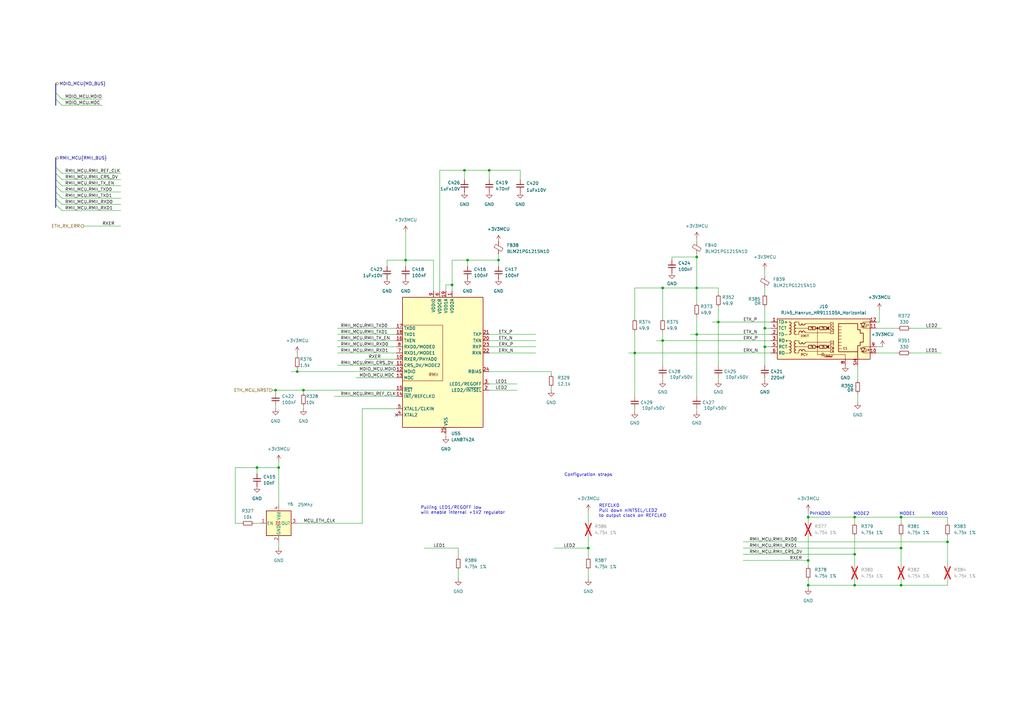
<source format=kicad_sch>
(kicad_sch (version 20250114) (generator "eeschema") (generator_version "9.0")
  (paper "A3")
  (title_block (title "NASR-M") (date "2025-09-26") (rev "D 0.9.4") (company "electrodyssey.net") (comment 2 "(c) Nazim 2025") (comment 3 "Author: Nazim Aghabayov") (comment 5 "rel: Fletched Bustard"))
  (lib_symbols
    (symbol "Connector:RJ45_Hanrun_HR911105A_Horizontal"
      (property "Reference" "J" (at 18.415 10.16 0))
      (property "Value" "RJ45_Hanrun_HR911105A_Horizontal" (at -19.05 10.16 0))
      (symbol "RJ45_Hanrun_HR911105A_Horizontal_0_0"
        (text "XMIT" (at -8.255 1.905 0) (effects (font (size 1.016 1.016)) (justify left)))
        (text "RCV" (at -8.255 -5.715 0) (effects (font (size 1.016 1.016)) (justify left)))
        (text "C1" (at 4.699 6.985 0) (effects (font (size 0.889 0.889))))
        (text "C4" (at 4.699 5.715 0) (effects (font (size 0.889 0.889))))
        (text "C5" (at 4.699 4.445 0) (effects (font (size 0.889 0.889))))
        (text "C2" (at 4.699 3.175 0) (effects (font (size 0.889 0.889))))
        (text "C3" (at 4.699 -0.635 0) (effects (font (size 0.889 0.889))))
        (text "C7" (at 4.699 -1.905 0) (effects (font (size 0.889 0.889))))
        (text "C8" (at 4.699 -3.175 0) (effects (font (size 0.889 0.889))))
        (text "C6" (at 4.699 -4.445 0) (effects (font (size 0.889 0.889))))
        (text "C1" (at 10.16 -3.175 0) (effects (font (size 0.889 0.889))))
      )
      (symbol "RJ45_Hanrun_HR911105A_Horizontal_1_0"
        (text "1000pF" (at 3.302 -6.477 0) (effects (font (size 0.635 0.635))))
      )
      (symbol "RJ45_Hanrun_HR911105A_Horizontal_1_1"
        (text "75" (at -3.556 5.08 0) (effects (font (size 0.635 0.635))))
        (text "75" (at -3.556 -2.54 0) (effects (font (size 0.635 0.635))))
        (text "75" (at 1.016 5.08 0) (effects (font (size 0.635 0.635))))
        (text "75" (at 1.016 -2.54 0) (effects (font (size 0.635 0.635))))
        (text "Y" (at 19.558 6.35 0) (effects (font (size 0.635 0.635))))
        (text "G" (at 19.685 -3.81 0) (effects (font (size 0.635 0.635))))
        (pin passive line (at -20.32 7.62 0) (length 2.54) (name "TD+") (number "1"))
        (pin passive line (at -20.32 5.08 0) (length 2.54) (name "TCT") (number "4"))
        (pin passive line (at -20.32 2.54 0) (length 2.54) (name "TD-") (number "2"))
        (pin passive line (at -20.32 0 0) (length 2.54) (name "RD+") (number "3"))
        (pin passive line (at -20.32 -2.54 0) (length 2.54) (name "RCT") (number "5"))
        (pin passive line (at -20.32 -5.08 0) (length 2.54) (name "RD-") (number "6"))
        (pin power_in line (at 10.16 -10.16 90) (length 2.54) (name "") (number "8"))
        (pin passive line (at 15.24 -10.16 90) (length 2.54) (name "") (number "SH"))
        (pin no_connect line (at 20.32 0 0) (length 0) (hide yes) (name "NC") (number "7"))
        (pin passive line (at 22.86 7.62 180) (length 2.54) (name "") (number "12"))
        (pin passive line (at 22.86 5.08 180) (length 2.54) (name "") (number "11"))
        (pin passive line (at 22.86 -2.54 180) (length 2.54) (name "") (number "9"))
        (pin passive line (at 22.86 -5.08 180) (length 2.54) (name "") (number "10"))
      )
    )
    (symbol "Device:C_Small" (pin_numbers (hide yes)) (pin_names (offset 0.254) (hide yes))
      (property "Reference" "C" (at 0.254 1.778 0))
      (property "Value" "C_Small" (at 0.254 -2.032 0))
      (symbol "C_Small_1_1"
        (pin passive line (at 0 2.54 270) (length 2.032) (name "~") (number "1"))
        (pin passive line (at 0 -2.54 90) (length 2.032) (name "~") (number "2"))
      )
    )
    (symbol "Device:FerriteBead_Small" (pin_numbers (hide yes)) (pin_names (offset 0))
      (property "Reference" "FB" (at 1.905 1.27 0))
      (property "Value" "FerriteBead_Small" (at 1.905 -1.27 0))
      (symbol "FerriteBead_Small_1_1"
        (pin passive line (at 0 2.54 270) (length 1.27) (name "~") (number "1"))
        (pin passive line (at 0 -2.54 90) (length 1.27) (name "~") (number "2"))
      )
    )
    (symbol "Device:R_Small" (pin_numbers (hide yes)) (pin_names (offset 0.254) (hide yes))
      (property "Reference" "R" (at 0.762 0.508 0))
      (property "Value" "R_Small" (at 0.762 -1.016 0))
      (symbol "R_Small_1_1"
        (pin passive line (at 0 2.54 270) (length 0.762) (name "~") (number "1"))
        (pin passive line (at 0 -2.54 90) (length 0.762) (name "~") (number "2"))
      )
    )
    (symbol "GND_2" (power) (pin_numbers (hide yes)) (pin_names (offset 0) (hide yes))
      (property "Value" "GND" (at 0 -3.81 0))
      (symbol "GND_2_1_1"
        (pin power_in line (at 0 0 270) (length 0) (name "~") (number "1"))
      )
    )
    (symbol "GND_5" (power) (pin_numbers (hide yes)) (pin_names (offset 0) (hide yes))
      (property "Value" "GND" (at 0 -3.81 0))
      (symbol "GND_5_1_1"
        (pin power_in line (at 0 0 270) (length 0) (name "~") (number "1"))
      )
    )
    (symbol "GPWR3V3MCU:+3V3MCU" (power) (pin_names (offset 0))
      (property "Value" "+3V3MCU" (at 0 3.556 0))
      (symbol "+3V3MCU_1_1"
        (pin power_in line (at 0 0 90) (length 0) (hide yes) (name "+3V3MCU") (number "1"))
      )
    )
    (symbol "Interface_Ethernet:LAN8742A"
      (property "Reference" "U" (at -13.97 29.21 0))
      (property "Value" "LAN8742A" (at 15.24 29.21 0))
      (symbol "LAN8742A_0_0"
        (text "RMII" (at -5.08 -3.81 0) (effects (font (size 1.27 1.27))))
      )
      (symbol "LAN8742A_1_1"
        (pin input line (at -20.32 15.24 0) (length 2.54) (name "TXD0") (number "17"))
        (pin input line (at -20.32 12.7 0) (length 2.54) (name "TXD1") (number "18"))
        (pin input line (at -20.32 10.16 0) (length 2.54) (name "TXEN") (number "16"))
        (pin bidirectional line (at -20.32 7.62 0) (length 2.54) (name "RXD0/MODE0") (number "8"))
        (pin bidirectional line (at -20.32 5.08 0) (length 2.54) (name "RXD1/MODE1") (number "7"))
        (pin output line (at -20.32 2.54 0) (length 2.54) (name "RXER/PHYAD0") (number "10"))
        (pin bidirectional line (at -20.32 0 0) (length 2.54) (name "CRS_DV/MODE2") (number "11"))
        (pin bidirectional line (at -20.32 -2.54 0) (length 2.54) (name "MDIO") (number "12"))
        (pin input line (at -20.32 -5.08 0) (length 2.54) (name "MDC") (number "13"))
        (pin input line (at -20.32 -10.16 0) (length 2.54) (name "~{RST}") (number "15"))
        (pin output line (at -20.32 -12.7 0) (length 2.54) (name "~{INT}/REFCLKO") (number "14"))
        (pin input line (at -20.32 -17.78 0) (length 2.54) (name "XTAL1/CLKIN") (number "5"))
        (pin output line (at -20.32 -20.32 0) (length 2.54) (name "XTAL2") (number "4"))
        (pin power_in line (at -5.08 30.48 270) (length 2.54) (name "VDDIO") (number "9"))
        (pin power_in line (at -2.54 30.48 270) (length 2.54) (name "VDDCR") (number "6"))
        (pin power_in line (at 0 30.48 270) (length 2.54) (name "VDD1A") (number "19"))
        (pin power_in line (at 0 -27.94 90) (length 2.54) (name "VSS") (number "25"))
        (pin power_in line (at 2.54 30.48 270) (length 2.54) (name "VDD2A") (number "1"))
        (pin passive line (at 17.78 12.7 180) (length 2.54) (name "TXP") (number "21"))
        (pin passive line (at 17.78 10.16 180) (length 2.54) (name "TXN") (number "20"))
        (pin passive line (at 17.78 7.62 180) (length 2.54) (name "RXP") (number "23"))
        (pin passive line (at 17.78 5.08 180) (length 2.54) (name "RXN") (number "22"))
        (pin passive line (at 17.78 -2.54 180) (length 2.54) (name "RBIAS") (number "24"))
        (pin bidirectional line (at 17.78 -7.62 180) (length 2.54) (name "LED1/REGOFF") (number "3"))
        (pin bidirectional line (at 17.78 -10.16 180) (length 2.54) (name "LED2/~{INTSEL}") (number "2"))
      )
    )
    (symbol "Oscillator:ASE-xxxMHz" (pin_names (offset 0.254))
      (property "Reference" "Y" (at -5.08 6.35 0))
      (property "Value" "ASE-xxxMHz" (at 1.27 -6.35 0))
      (symbol "ASE-xxxMHz_1_1"
        (pin input line (at -7.62 0 0) (length 2.54) (name "EN") (number "1"))
        (pin power_in line (at 0 7.62 270) (length 2.54) (name "Vdd") (number "4"))
        (pin power_in line (at 0 -7.62 90) (length 2.54) (name "GND") (number "2"))
        (pin output line (at 7.62 0 180) (length 2.54) (name "OUT") (number "3"))
      )
    )
    (symbol "power:GND" (power) (pin_numbers (hide yes)) (pin_names (offset 0) (hide yes))
      (property "Value" "GND" (at 0 -3.81 0))
      (symbol "GND_1_1"
        (pin power_in line (at 0 0 270) (length 0) (name "~") (number "1"))
      )
    )
  )
  (text "MODE1" (at 372.11 210.82 0) (effects (font (size 1.27 1.27))))
  (text "Configuration straps" (at 241.3 194.818 0) (effects (font (size 1.27 1.27))))
  (text "Pulling LED1/REGOFF low\nwill enable internal +1V2 regulator" (at 172.466 209.296 0) (effects (font (size 1.27 1.27)) (justify left)))
  (text "MODE2" (at 353.314 210.82 0) (effects (font (size 1.27 1.27))))
  (text "PHYADD0" (at 336.296 210.82 0) (effects (font (size 1.27 1.27))))
  (text "MODE0" (at 385.318 210.82 0) (effects (font (size 1.27 1.27))))
  (text "REFCLK0\nPull down nINTSEL/LED2\nto output clock on REFCLKO" (at 245.618 209.55 0) (effects (font (size 1.27 1.27)) (justify left)))
  (junction (at 313.69 134.62))
  (junction (at 113.03 160.02))
  (junction (at 204.47 106.68))
  (junction (at 114.3 191.77))
  (junction (at 185.42 116.84))
  (junction (at 350.52 240.03))
  (junction (at 331.47 229.87))
  (junction (at 331.47 212.09))
  (junction (at 388.62 222.25))
  (junction (at 285.75 105.41))
  (junction (at 271.78 118.11))
  (junction (at 200.66 69.85))
  (junction (at 190.5 69.85))
  (junction (at 350.52 227.33))
  (junction (at 260.35 144.78))
  (junction (at 285.75 137.16))
  (junction (at 191.77 106.68))
  (junction (at 121.92 152.4))
  (junction (at 105.41 191.77))
  (junction (at 166.37 106.68))
  (junction (at 285.75 118.11))
  (junction (at 294.64 132.08))
  (junction (at 313.69 142.24))
  (junction (at 124.46 160.02))
  (junction (at 350.52 212.09))
  (junction (at 369.57 212.09))
  (junction (at 369.57 240.03))
  (junction (at 369.57 224.79))
  (junction (at 331.47 240.03))
  (junction (at 271.78 139.7))
  (junction (at 241.3 224.79))
  (no_connect (at 162.56 170.18))
  (bus_entry (at 22.86 76.2) (size 2.54 2.54))
  (bus_entry (at 22.86 71.12) (size 2.54 2.54))
  (bus_entry (at 22.86 78.74) (size 2.54 2.54))
  (bus_entry (at 22.86 38.1) (size 2.54 2.54))
  (bus_entry (at 22.86 40.64) (size 2.54 2.54))
  (bus_entry (at 22.86 83.82) (size 2.54 2.54))
  (bus_entry (at 22.86 81.28) (size 2.54 2.54))
  (bus_entry (at 22.86 73.66) (size 2.54 2.54))
  (bus_entry (at 22.86 68.58) (size 2.54 2.54))
  (wire (pts (xy 226.06 158.75) (xy 226.06 160.02)))
  (wire (pts (xy 388.62 237.49) (xy 388.62 240.03)))
  (wire (pts (xy 113.03 160.02) (xy 113.03 161.29)))
  (wire (pts (xy 313.69 110.49) (xy 313.69 113.03)))
  (wire (pts (xy 187.96 233.68) (xy 187.96 237.49)))
  (wire (pts (xy 350.52 240.03) (xy 331.47 240.03)))
  (bus (pts (xy 22.86 34.29) (xy 22.86 38.1)))
  (bus (pts (xy 22.86 38.1) (xy 22.86 40.64)))
  (wire (pts (xy 149.86 147.32) (xy 162.56 147.32)))
  (wire (pts (xy 260.35 144.78) (xy 316.23 144.78)))
  (wire (pts (xy 166.37 95.25) (xy 166.37 106.68)))
  (wire (pts (xy 260.35 130.81) (xy 260.35 118.11)))
  (wire (pts (xy 271.78 139.7) (xy 271.78 149.86)))
  (wire (pts (xy 114.3 189.23) (xy 114.3 191.77)))
  (wire (pts (xy 275.59 106.68) (xy 275.59 105.41)))
  (wire (pts (xy 260.35 118.11) (xy 271.78 118.11)))
  (wire (pts (xy 331.47 212.09) (xy 331.47 214.63)))
  (wire (pts (xy 200.66 144.78) (xy 219.71 144.78)))
  (wire (pts (xy 350.52 212.09) (xy 369.57 212.09)))
  (bus (pts (xy 22.86 40.64) (xy 22.86 43.18)))
  (wire (pts (xy 105.41 194.31) (xy 105.41 191.77)))
  (wire (pts (xy 331.47 229.87) (xy 331.47 232.41)))
  (wire (pts (xy 304.8 229.87) (xy 331.47 229.87)))
  (wire (pts (xy 227.33 224.79) (xy 241.3 224.79)))
  (wire (pts (xy 388.62 222.25) (xy 388.62 232.41)))
  (wire (pts (xy 99.06 214.63) (xy 96.52 214.63)))
  (wire (pts (xy 359.41 132.08) (xy 360.68 132.08)))
  (wire (pts (xy 177.8 106.68) (xy 177.8 119.38)))
  (wire (pts (xy 180.34 69.85) (xy 190.5 69.85)))
  (wire (pts (xy 200.66 142.24) (xy 219.71 142.24)))
  (wire (pts (xy 146.05 154.94) (xy 162.56 154.94)))
  (wire (pts (xy 138.43 134.62) (xy 162.56 134.62)))
  (wire (pts (xy 158.75 106.68) (xy 158.75 109.22)))
  (wire (pts (xy 271.78 154.94) (xy 271.78 156.21)))
  (wire (pts (xy 34.29 92.71) (xy 49.53 92.71)))
  (wire (pts (xy 204.47 109.22) (xy 204.47 106.68)))
  (wire (pts (xy 25.4 73.66) (xy 49.53 73.66)))
  (wire (pts (xy 313.69 154.94) (xy 313.69 156.21)))
  (wire (pts (xy 200.66 152.4) (xy 226.06 152.4)))
  (wire (pts (xy 292.1 132.08) (xy 294.64 132.08)))
  (wire (pts (xy 388.62 240.03) (xy 369.57 240.03)))
  (wire (pts (xy 351.79 149.86) (xy 351.79 156.21)))
  (wire (pts (xy 331.47 212.09) (xy 350.52 212.09)))
  (wire (pts (xy 369.57 224.79) (xy 369.57 232.41)))
  (wire (pts (xy 25.4 40.64) (xy 41.91 40.64)))
  (wire (pts (xy 113.03 160.02) (xy 124.46 160.02)))
  (wire (pts (xy 200.66 157.48) (xy 212.09 157.48)))
  (wire (pts (xy 166.37 106.68) (xy 158.75 106.68)))
  (wire (pts (xy 285.75 167.64) (xy 285.75 168.91)))
  (wire (pts (xy 283.21 137.16) (xy 285.75 137.16)))
  (wire (pts (xy 241.3 233.68) (xy 241.3 237.49)))
  (wire (pts (xy 294.64 132.08) (xy 316.23 132.08)))
  (wire (pts (xy 204.47 104.14) (xy 204.47 106.68)))
  (wire (pts (xy 313.69 142.24) (xy 313.69 149.86)))
  (wire (pts (xy 204.47 106.68) (xy 191.77 106.68)))
  (wire (pts (xy 241.3 224.79) (xy 241.3 228.6)))
  (wire (pts (xy 121.92 214.63) (xy 148.59 214.63)))
  (wire (pts (xy 148.59 167.64) (xy 162.56 167.64)))
  (wire (pts (xy 285.75 105.41) (xy 285.75 118.11)))
  (wire (pts (xy 119.38 152.4) (xy 121.92 152.4)))
  (wire (pts (xy 121.92 152.4) (xy 162.56 152.4)))
  (wire (pts (xy 304.8 222.25) (xy 388.62 222.25)))
  (wire (pts (xy 200.66 69.85) (xy 213.36 69.85)))
  (wire (pts (xy 369.57 212.09) (xy 369.57 214.63)))
  (wire (pts (xy 180.34 69.85) (xy 180.34 119.38)))
  (wire (pts (xy 304.8 227.33) (xy 350.52 227.33)))
  (wire (pts (xy 200.66 139.7) (xy 219.71 139.7)))
  (wire (pts (xy 373.38 134.62) (xy 386.08 134.62)))
  (wire (pts (xy 350.52 227.33) (xy 350.52 232.41)))
  (wire (pts (xy 313.69 134.62) (xy 313.69 142.24)))
  (wire (pts (xy 271.78 118.11) (xy 271.78 130.81)))
  (wire (pts (xy 373.38 144.78) (xy 386.08 144.78)))
  (wire (pts (xy 148.59 167.64) (xy 148.59 214.63)))
  (wire (pts (xy 360.68 132.08) (xy 360.68 127)))
  (wire (pts (xy 25.4 76.2) (xy 49.53 76.2)))
  (wire (pts (xy 121.92 144.78) (xy 121.92 146.05)))
  (bus (pts (xy 22.86 81.28) (xy 22.86 83.82)))
  (wire (pts (xy 173.99 224.79) (xy 187.96 224.79)))
  (wire (pts (xy 241.3 219.71) (xy 241.3 224.79)))
  (wire (pts (xy 294.64 154.94) (xy 294.64 156.21)))
  (wire (pts (xy 25.4 83.82) (xy 49.53 83.82)))
  (wire (pts (xy 114.3 224.79) (xy 114.3 222.25)))
  (wire (pts (xy 114.3 191.77) (xy 114.3 207.01)))
  (wire (pts (xy 260.35 135.89) (xy 260.35 144.78)))
  (bus (pts (xy 22.86 83.82) (xy 22.86 85.09)))
  (wire (pts (xy 369.57 219.71) (xy 369.57 224.79)))
  (wire (pts (xy 200.66 137.16) (xy 219.71 137.16)))
  (wire (pts (xy 331.47 237.49) (xy 331.47 240.03)))
  (wire (pts (xy 285.75 137.16) (xy 316.23 137.16)))
  (wire (pts (xy 350.52 219.71) (xy 350.52 227.33)))
  (wire (pts (xy 285.75 129.54) (xy 285.75 137.16)))
  (wire (pts (xy 113.03 167.64) (xy 113.03 166.37)))
  (bus (pts (xy 22.86 73.66) (xy 22.86 76.2)))
  (wire (pts (xy 388.62 219.71) (xy 388.62 222.25)))
  (wire (pts (xy 241.3 209.55) (xy 241.3 214.63)))
  (wire (pts (xy 359.41 134.62) (xy 368.3 134.62)))
  (wire (pts (xy 138.43 144.78) (xy 162.56 144.78)))
  (wire (pts (xy 313.69 142.24) (xy 316.23 142.24)))
  (wire (pts (xy 294.64 125.73) (xy 294.64 132.08)))
  (wire (pts (xy 191.77 106.68) (xy 191.77 109.22)))
  (wire (pts (xy 369.57 237.49) (xy 369.57 240.03)))
  (wire (pts (xy 111.76 160.02) (xy 113.03 160.02)))
  (wire (pts (xy 285.75 118.11) (xy 285.75 124.46)))
  (wire (pts (xy 350.52 237.49) (xy 350.52 240.03)))
  (wire (pts (xy 294.64 120.65) (xy 294.64 118.11)))
  (wire (pts (xy 260.35 144.78) (xy 260.35 162.56)))
  (wire (pts (xy 187.96 224.79) (xy 187.96 228.6)))
  (wire (pts (xy 25.4 43.18) (xy 41.91 43.18)))
  (wire (pts (xy 25.4 86.36) (xy 49.53 86.36)))
  (wire (pts (xy 25.4 81.28) (xy 49.53 81.28)))
  (wire (pts (xy 191.77 106.68) (xy 185.42 106.68)))
  (wire (pts (xy 275.59 105.41) (xy 285.75 105.41)))
  (wire (pts (xy 200.66 69.85) (xy 200.66 73.66)))
  (wire (pts (xy 226.06 152.4) (xy 226.06 153.67)))
  (wire (pts (xy 124.46 161.29) (xy 124.46 160.02)))
  (wire (pts (xy 369.57 212.09) (xy 388.62 212.09)))
  (bus (pts (xy 22.86 76.2) (xy 22.86 78.74)))
  (bus (pts (xy 22.86 78.74) (xy 22.86 81.28)))
  (wire (pts (xy 388.62 212.09) (xy 388.62 214.63)))
  (wire (pts (xy 190.5 69.85) (xy 190.5 73.66)))
  (wire (pts (xy 271.78 135.89) (xy 271.78 139.7)))
  (wire (pts (xy 25.4 71.12) (xy 49.53 71.12)))
  (wire (pts (xy 25.4 78.74) (xy 49.53 78.74)))
  (wire (pts (xy 182.88 119.38) (xy 182.88 116.84)))
  (wire (pts (xy 105.41 191.77) (xy 114.3 191.77)))
  (wire (pts (xy 200.66 160.02) (xy 212.09 160.02)))
  (wire (pts (xy 285.75 104.14) (xy 285.75 105.41)))
  (wire (pts (xy 359.41 144.78) (xy 368.3 144.78)))
  (wire (pts (xy 271.78 139.7) (xy 316.23 139.7)))
  (wire (pts (xy 294.64 118.11) (xy 285.75 118.11)))
  (wire (pts (xy 285.75 97.79) (xy 285.75 99.06)))
  (wire (pts (xy 138.43 137.16) (xy 162.56 137.16)))
  (wire (pts (xy 304.8 224.79) (xy 369.57 224.79)))
  (wire (pts (xy 104.14 214.63) (xy 106.68 214.63)))
  (wire (pts (xy 96.52 191.77) (xy 105.41 191.77)))
  (wire (pts (xy 182.88 179.07) (xy 182.88 177.8)))
  (wire (pts (xy 213.36 73.66) (xy 213.36 69.85)))
  (wire (pts (xy 351.79 161.29) (xy 351.79 165.1)))
  (wire (pts (xy 313.69 125.73) (xy 313.69 134.62)))
  (wire (pts (xy 257.81 144.78) (xy 260.35 144.78)))
  (wire (pts (xy 260.35 167.64) (xy 260.35 168.91)))
  (wire (pts (xy 185.42 116.84) (xy 185.42 119.38)))
  (wire (pts (xy 271.78 118.11) (xy 285.75 118.11)))
  (wire (pts (xy 124.46 160.02) (xy 162.56 160.02)))
  (wire (pts (xy 313.69 134.62) (xy 316.23 134.62)))
  (wire (pts (xy 269.24 139.7) (xy 271.78 139.7)))
  (wire (pts (xy 121.92 151.13) (xy 121.92 152.4)))
  (bus (pts (xy 22.86 71.12) (xy 22.86 73.66)))
  (wire (pts (xy 96.52 214.63) (xy 96.52 191.77)))
  (wire (pts (xy 138.43 149.86) (xy 162.56 149.86)))
  (wire (pts (xy 285.75 137.16) (xy 285.75 162.56)))
  (wire (pts (xy 138.43 142.24) (xy 162.56 142.24)))
  (wire (pts (xy 138.43 139.7) (xy 162.56 139.7)))
  (wire (pts (xy 350.52 212.09) (xy 350.52 214.63)))
  (bus (pts (xy 22.86 68.58) (xy 22.86 71.12)))
  (wire (pts (xy 331.47 240.03) (xy 331.47 241.3)))
  (wire (pts (xy 313.69 118.11) (xy 313.69 120.65)))
  (wire (pts (xy 190.5 69.85) (xy 200.66 69.85)))
  (wire (pts (xy 185.42 106.68) (xy 185.42 116.84)))
  (wire (pts (xy 137.16 162.56) (xy 162.56 162.56)))
  (bus (pts (xy 22.86 64.77) (xy 22.86 68.58)))
  (wire (pts (xy 331.47 209.55) (xy 331.47 212.09)))
  (wire (pts (xy 369.57 240.03) (xy 350.52 240.03)))
  (wire (pts (xy 359.41 142.24) (xy 361.95 142.24)))
  (wire (pts (xy 182.88 116.84) (xy 185.42 116.84)))
  (wire (pts (xy 166.37 106.68) (xy 177.8 106.68)))
  (wire (pts (xy 331.47 219.71) (xy 331.47 229.87)))
  (wire (pts (xy 294.64 132.08) (xy 294.64 149.86)))
  (wire (pts (xy 124.46 167.64) (xy 124.46 166.37)))
  (wire (pts (xy 166.37 109.22) (xy 166.37 106.68)))
  (label "RMII_MCU.RMII_TX_EN" (at 139.7 139.7 0))
  (label "RMII_MCU.RMII_RXD1" (at 139.7 144.78 0))
  (label "RMII_MCU.RMII_TXD1" (at 139.7 137.16 0))
  (label "ETX_P" (at 204.47 137.16 0))
  (label "RMII_MCU.RMII_RXD0" (at 139.7 142.24 0))
  (label "RMII_MCU.RMII_REF_CLK" (at 139.7 162.56 0))
  (label "RMII_MCU.RMII_TXD0" (at 26.67 78.74 0))
  (label "RMII_MCU.RMII_TX_EN" (at 26.67 76.2 0))
  (label "RXER" (at 41.91 92.71 0))
  (label "LED2" (at 231.14 224.79 0))
  (label "MDIO_MCU.MDIO" (at 147.32 152.4 0))
  (label "ETX_N" (at 204.47 139.7 0))
  (label "ETX_N" (at 304.8 137.16 0))
  (label "RMII_MCU.RMII_RXD1" (at 26.67 86.36 0))
  (label "LED1" (at 203.2 157.48 0))
  (label "RMII_MCU.RMII_RXD1" (at 307.34 224.79 0))
  (label "RMII_MCU.RMII_RXD0" (at 307.34 222.25 0))
  (label "LED2" (at 203.2 160.02 0))
  (label "RMII_MCU.RMII_TXD0" (at 139.7 134.62 0))
  (label "ERX_N" (at 204.47 144.78 0))
  (label "ETX_P" (at 304.8 132.08 0))
  (label "LED1" (at 379.73 144.78 0))
  (label "RXER" (at 151.13 147.32 0))
  (label "LED2" (at 379.73 134.62 0))
  (label "RMII_MCU.RMII_CRS_DV" (at 26.67 73.66 0))
  (label "MDIO_MCU.MDC" (at 147.32 154.94 0))
  (label "RMII_MCU.RMII_RXD0" (at 26.67 83.82 0))
  (label "RMII_MCU.RMII_TXD1" (at 26.67 81.28 0))
  (label "RMII_MCU.RMII_CRS_DV" (at 139.7 149.86 0))
  (label "LED1" (at 177.8 224.79 0))
  (label "ERX_N" (at 304.8 144.78 0))
  (label "ERX_P" (at 304.8 139.7 0))
  (label "MCU_ETH_CLK" (at 124.46 214.63 0))
  (label "RMII_MCU.RMII_REF_CLK" (at 26.67 71.12 0))
  (label "RXER" (at 323.85 229.87 0))
  (label "MDIO_MCU.MDC" (at 26.67 43.18 0))
  (label "MDIO_MCU.MDIO" (at 26.67 40.64 0))
  (label "ERX_P" (at 204.47 142.24 0))
  (label "RMII_MCU.RMII_CRS_DV" (at 307.34 227.33 0))
  (hierarchical_label "ETH_RX_ERR" (shape output) (at 34.29 92.71 180))
  (hierarchical_label "MDIO_MCU{MD_BUS}" (shape bidirectional) (at 22.86 34.29 0))
  (hierarchical_label "RMII_MCU{RMII_BUS}" (shape bidirectional) (at 22.86 64.77 0))
  (hierarchical_label "ETH_MCU_NRST" (shape input) (at 111.76 160.02 180))
  (symbol (lib_id "power:GND") (at 200.66 78.74 0) (unit 1)
    (property "Reference" "#PWR0516" (effects (hide yes)))
    (property "Value" "GND" (at 200.66 83.82 0))
    (property "Description" "Power symbol creates a global label with name \"GND\" , ground" (effects (hide yes)))
  )
  (symbol (lib_id "Device:FerriteBead_Small") (at 313.69 115.57 180) (unit 1)
    (property "Reference" "FB39" (at 319.532 114.554 0))
    (property "Value" "BLM21PG121SN1D" (at 325.882 117.094 0))
    (property "Footprint" "Inductor_SMD:L_0805_2012Metric" (effects (hide yes)))
    (property "Description" "30mΩ ±25% 120Ω@100MHz" (effects (hide yes)))
    (property "Part" "BLM21PG121SN1D" (effects (hide yes)))
    (property "JLCPCB Part #" "C79382" (effects (hide yes)))
  )
  (symbol (lib_id "power:GND") (at 226.06 160.02 0) (unit 1)
    (property "Reference" "#PWR0518" (effects (hide yes)))
    (property "Value" "GND" (at 226.06 165.1 0))
    (property "Description" "Power symbol creates a global label with name \"GND\" , ground" (effects (hide yes)))
  )
  (symbol (lib_id "Device:R_Small") (at 241.3 231.14 0) (unit 1)
    (property "Reference" "R387" (at 243.84 229.8699 0) (effects (justify left)))
    (property "Value" "4.75k 1%" (at 243.84 232.4099 0) (effects (justify left)))
    (property "Footprint" "Resistor_SMD:R_0402_1005Metric" (effects (hide yes)))
    (property "Description" "-55℃~+155℃ 4.75kΩ 50V 62.5mW Thick Film Resistor ±1% ±100ppm/℃ 0402 Chip Resistor - Surface Mount ROHS" (effects (hide yes)))
    (property "JLCPCB Part #" "C25901" (effects (hide yes)))
    (property "Part" "0402WGF4751TCE" (effects (hide yes)))
  )
  (symbol (lib_name "GND_2") (lib_id "power:GND") (at 260.35 168.91 0) (unit 1)
    (property "Reference" "#PWR0529" (effects (hide yes)))
    (property "Value" "GND" (at 260.35 173.482 0))
    (property "Description" "Power symbol creates a global label with name \"GND\" , ground" (effects (hide yes)))
  )
  (symbol (lib_id "Device:R_Small") (at 388.62 217.17 0) (unit 1)
    (property "Reference" "R383" (at 391.16 215.8999 0) (effects (justify left)))
    (property "Value" "4.75k 1%" (at 391.16 218.4399 0) (effects (justify left)))
    (property "Footprint" "Resistor_SMD:R_0402_1005Metric" (effects (hide yes)))
    (property "Description" "-55℃~+155℃ 4.75kΩ 50V 62.5mW Thick Film Resistor ±1% ±100ppm/℃ 0402 Chip Resistor - Surface Mount ROHS" (effects (hide yes)))
    (property "JLCPCB Part #" "C25901" (effects (hide yes)))
    (property "Part" "0402WGF4751TCE" (effects (hide yes)))
  )
  (symbol (lib_id "power:GND") (at 124.46 167.64 0) (unit 1)
    (property "Reference" "#PWR0485" (effects (hide yes)))
    (property "Value" "GND" (at 124.46 172.72 0))
    (property "Description" "Power symbol creates a global label with name \"GND\" , ground" (effects (hide yes)))
  )
  (symbol (lib_id "power:GND") (at 191.77 114.3 0) (unit 1)
    (property "Reference" "#PWR0487" (effects (hide yes)))
    (property "Value" "GND" (at 191.77 119.38 0))
    (property "Description" "Power symbol creates a global label with name \"GND\" , ground" (effects (hide yes)))
  )
  (symbol (lib_id "Device:R_Small") (at 369.57 217.17 0) (unit 1)
    (property "Reference" "R381" (at 372.11 215.8999 0) (effects (justify left)))
    (property "Value" "4.75k 1%" (at 372.11 218.4399 0) (effects (justify left)))
    (property "Footprint" "Resistor_SMD:R_0402_1005Metric" (effects (hide yes)))
    (property "Description" "-55℃~+155℃ 4.75kΩ 50V 62.5mW Thick Film Resistor ±1% ±100ppm/℃ 0402 Chip Resistor - Surface Mount ROHS" (effects (hide yes)))
    (property "JLCPCB Part #" "C25901" (effects (hide yes)))
    (property "Part" "0402WGF4751TCE" (effects (hide yes)))
  )
  (symbol (lib_id "Device:R_Small") (at 260.35 133.35 0) (unit 1)
    (property "Reference" "R374" (at 264.414 132.08 0))
    (property "Value" "49.9" (at 264.16 134.62 0))
    (property "Footprint" "Resistor_SMD:R_0201_0603Metric" (effects (hide yes)))
    (property "JLCPCB Part #" "C7467280" (effects (hide yes)))
    (property "Part" "FRC0201F49R9TS" (effects (hide yes)))
  )
  (symbol (lib_id "power:GND") (at 113.03 167.64 0) (unit 1)
    (property "Reference" "#PWR0523" (effects (hide yes)))
    (property "Value" "GND" (at 113.03 172.72 0))
    (property "Description" "Power symbol creates a global label with name \"GND\" , ground" (effects (hide yes)))
  )
  (symbol (lib_id "Device:C_Small") (at 105.41 196.85 180) (unit 1)
    (property "Reference" "C415" (at 107.95 195.5735 0) (effects (justify right)))
    (property "Value" "10nF" (at 107.95 198.1135 0) (effects (justify right)))
    (property "Footprint" "Capacitor_SMD:C_0402_1005Metric" (effects (hide yes)))
    (property "JLCPCB Part #" "C15195" (effects (hide yes)))
    (property "Part" "CL05B103KB5NNNC" (effects (hide yes)))
  )
  (symbol (lib_id "Device:C_Small") (at 204.47 111.76 180) (unit 1)
    (property "Reference" "C417" (at 207.01 110.4835 0) (effects (justify right)))
    (property "Value" "100nF" (at 207.01 113.0235 0) (effects (justify right)))
    (property "Footprint" "Capacitor_SMD:C_0402_1005Metric" (effects (hide yes)))
    (property "JLCPCB Part #" "C541465" (effects (hide yes)))
    (property "Part" "CC0402JRX7R8BB104" (effects (hide yes)))
  )
  (symbol (lib_id "Connector:RJ45_Hanrun_HR911105A_Horizontal") (at 336.55 139.7 0) (unit 1)
    (property "Reference" "J10" (at 337.82 125.73 0))
    (property "Value" "RJ45_Hanrun_HR911105A_Horizontal" (at 337.82 128.27 0))
    (property "Footprint" "Connector_RJ:RJ45_Hanrun_HR911105A_Horizontal" (effects (hide yes)))
    (property "Datasheet" "https://datasheet.lcsc.com/lcsc/1811141815_HANRUN-Zhongshan-HanRun-Elec-HR911105A_C12074.pdf" (effects (hide yes)))
    (property "Description" "1 Port RJ45 Magjack Connector Through Hole 10/100 Base-T, AutoMDIX" (effects (hide yes)))
    (property "JLCPCB Part #" "C12074" (effects (hide yes)))
  )
  (symbol (lib_id "Device:C_Small") (at 275.59 109.22 180) (unit 1)
    (property "Reference" "C424" (at 278.13 107.9435 0) (effects (justify right)))
    (property "Value" "100nF" (at 278.13 110.4835 0) (effects (justify right)))
    (property "Footprint" "Capacitor_SMD:C_0402_1005Metric" (effects (hide yes)))
    (property "JLCPCB Part #" "C541465" (effects (hide yes)))
    (property "Part" "CC0402JRX7R8BB104" (effects (hide yes)))
  )
  (symbol (lib_id "power:GND") (at 182.88 179.07 0) (unit 1)
    (property "Reference" "#PWR0486" (effects (hide yes)))
    (property "Value" "GND" (at 182.88 184.15 0))
    (property "Description" "Power symbol creates a global label with name \"GND\" , ground" (effects (hide yes)))
  )
  (symbol (lib_id "Device:R_Small") (at 121.92 148.59 0) (unit 1)
    (property "Reference" "R376" (at 122.936 147.32 0) (effects (justify left)))
    (property "Value" "1.5k" (at 122.936 149.86 0) (effects (justify left)))
    (property "Footprint" "Resistor_SMD:R_0402_1005Metric" (effects (hide yes)))
    (property "Description" "-55℃~+155℃ 1.5kΩ 50V 62.5mW Thick Film Resistor ±1% ±100ppm/℃ 0402 Chip Resistor - Surface Mount ROHS" (effects (hide yes)))
    (property "JLCPCB Part #" "C25867" (effects (hide yes)))
    (property "Part" "0402WGF1501TCE" (effects (hide yes)))
  )
  (symbol (lib_id "Device:R_Small") (at 370.84 144.78 90) (unit 1)
    (property "Reference" "R351" (at 370.84 139.7 90))
    (property "Value" "330" (at 370.84 142.24 90))
    (property "Footprint" "Resistor_SMD:R_0402_1005Metric" (effects (hide yes)))
    (property "JLCPCB Part #" "C2906929" (effects (hide yes)))
    (property "Part" "FRC0402J331 TS" (effects (hide yes)))
  )
  (symbol (lib_id "Device:R_Small") (at 331.47 217.17 0) (unit 1) (dnp yes)
    (property "Reference" "R377" (at 334.01 215.8999 0) (effects (justify left)))
    (property "Value" "4.75k 1%" (at 334.01 218.4399 0) (effects (justify left)))
    (property "Footprint" "Resistor_SMD:R_0402_1005Metric" (effects (hide yes)))
    (property "Description" "-55℃~+155℃ 4.75kΩ 50V 62.5mW Thick Film Resistor ±1% ±100ppm/℃ 0402 Chip Resistor - Surface Mount ROHS" (effects (hide yes)))
    (property "JLCPCB Part #" "C25901" (effects (hide yes)))
    (property "Part" "0402WGF4751TCE" (effects (hide yes)))
  )
  (symbol (lib_name "GND_2") (lib_id "power:GND") (at 313.69 156.21 0) (unit 1)
    (property "Reference" "#PWR0522" (effects (hide yes)))
    (property "Value" "GND" (at 313.69 160.782 0))
    (property "Description" "Power symbol creates a global label with name \"GND\" , ground" (effects (hide yes)))
  )
  (symbol (lib_id "Device:R_Small") (at 187.96 231.14 0) (unit 1)
    (property "Reference" "R389" (at 190.5 229.8699 0) (effects (justify left)))
    (property "Value" "4.75k 1%" (at 190.5 232.4099 0) (effects (justify left)))
    (property "Footprint" "Resistor_SMD:R_0402_1005Metric" (effects (hide yes)))
    (property "Description" "-55℃~+155℃ 4.75kΩ 50V 62.5mW Thick Film Resistor ±1% ±100ppm/℃ 0402 Chip Resistor - Surface Mount ROHS" (effects (hide yes)))
    (property "JLCPCB Part #" "C25901" (effects (hide yes)))
    (property "Part" "0402WGF4751TCE" (effects (hide yes)))
  )
  (symbol (lib_id "power:GND") (at 105.41 199.39 0) (unit 1)
    (property "Reference" "#PWR0484" (effects (hide yes)))
    (property "Value" "GND" (at 105.41 204.47 0))
    (property "Description" "Power symbol creates a global label with name \"GND\" , ground" (effects (hide yes)))
  )
  (symbol (lib_id "Device:R_Small") (at 294.64 123.19 0) (unit 1)
    (property "Reference" "R352" (at 298.704 121.92 0))
    (property "Value" "49.9" (at 298.45 124.46 0))
    (property "Footprint" "Resistor_SMD:R_0201_0603Metric" (effects (hide yes)))
    (property "JLCPCB Part #" "C7467280" (effects (hide yes)))
    (property "Part" "FRC0201F49R9TS" (effects (hide yes)))
  )
  (symbol (lib_id "Device:C_Small") (at 285.75 165.1 180) (unit 1)
    (property "Reference" "C427" (at 290.576 165.1 0))
    (property "Value" "10pFx50V" (at 293.37 167.386 0))
    (property "Footprint" "Capacitor_SMD:C_0402_1005Metric" (effects (hide yes)))
    (property "Description" "10pF 50V C0G ±5% 0402 Multilayer Ceramic Capacitors MLCC - SMD/SMT ROHS" (effects (hide yes)))
    (property "JLCPCB Part #" "C1545" (effects (hide yes)))
    (property "Part" "0402CG100J500NT" (effects (hide yes)))
  )
  (symbol (lib_id "GPWR3V3MCU:+3V3MCU") (at 204.47 99.06 0) (mirror y) (unit 1)
    (property "Reference" "#PWR3V3MCU073" (effects (hide yes)))
    (property "Value" "+3V3MCU" (at 204.47 93.98 0))
  )
  (symbol (lib_id "Device:C_Small") (at 158.75 111.76 0) (mirror y) (unit 1)
    (property "Reference" "C423" (at 156.972 110.49 0) (effects (justify left)))
    (property "Value" "1uFx10V" (at 156.972 113.03 0) (effects (justify left)))
    (property "Footprint" "Capacitor_SMD:C_0603_1608Metric" (effects (hide yes)))
    (property "JLCPCB Part #" "C841050" (effects (hide yes)))
  )
  (symbol (lib_id "GPWR3V3MCU:+3V3MCU") (at 121.92 144.78 0) (mirror y) (unit 1)
    (property "Reference" "#PWR3V3MCU079" (effects (hide yes)))
    (property "Value" "+3V3MCU" (at 121.92 139.7 0))
  )
  (symbol (lib_name "GND_2") (lib_id "power:GND") (at 294.64 156.21 0) (unit 1)
    (property "Reference" "#PWR0525" (effects (hide yes)))
    (property "Value" "GND" (at 294.64 160.782 0))
    (property "Description" "Power symbol creates a global label with name \"GND\" , ground" (effects (hide yes)))
  )
  (symbol (lib_id "Device:R_Small") (at 388.62 234.95 0) (unit 1) (dnp yes)
    (property "Reference" "R384" (at 391.16 233.6799 0) (effects (justify left)))
    (property "Value" "4.75k 1%" (at 391.16 236.2199 0) (effects (justify left)))
    (property "Footprint" "Resistor_SMD:R_0402_1005Metric" (effects (hide yes)))
    (property "Description" "-55℃~+155℃ 4.75kΩ 50V 62.5mW Thick Film Resistor ±1% ±100ppm/℃ 0402 Chip Resistor - Surface Mount ROHS" (effects (hide yes)))
    (property "JLCPCB Part #" "C25901" (effects (hide yes)))
    (property "Part" "0402WGF4751TCE" (effects (hide yes)))
  )
  (symbol (lib_id "Device:C_Small") (at 294.64 152.4 180) (unit 1)
    (property "Reference" "C425" (at 299.466 152.4 0))
    (property "Value" "10pFx50V" (at 302.26 154.686 0))
    (property "Footprint" "Capacitor_SMD:C_0402_1005Metric" (effects (hide yes)))
    (property "Description" "10pF 50V C0G ±5% 0402 Multilayer Ceramic Capacitors MLCC - SMD/SMT ROHS" (effects (hide yes)))
    (property "JLCPCB Part #" "C1545" (effects (hide yes)))
    (property "Part" "0402CG100J500NT" (effects (hide yes)))
  )
  (symbol (lib_id "Device:R_Small") (at 350.52 217.17 0) (unit 1)
    (property "Reference" "R379" (at 353.06 215.8999 0) (effects (justify left)))
    (property "Value" "4.75k 1%" (at 353.06 218.4399 0) (effects (justify left)))
    (property "Footprint" "Resistor_SMD:R_0402_1005Metric" (effects (hide yes)))
    (property "Description" "-55℃~+155℃ 4.75kΩ 50V 62.5mW Thick Film Resistor ±1% ±100ppm/℃ 0402 Chip Resistor - Surface Mount ROHS" (effects (hide yes)))
    (property "JLCPCB Part #" "C25901" (effects (hide yes)))
    (property "Part" "0402WGF4751TCE" (effects (hide yes)))
  )
  (symbol (lib_id "Device:R_Small") (at 369.57 234.95 0) (unit 1) (dnp yes)
    (property "Reference" "R382" (at 372.11 233.6799 0) (effects (justify left)))
    (property "Value" "4.75k 1%" (at 372.11 236.2199 0) (effects (justify left)))
    (property "Footprint" "Resistor_SMD:R_0402_1005Metric" (effects (hide yes)))
    (property "Description" "-55℃~+155℃ 4.75kΩ 50V 62.5mW Thick Film Resistor ±1% ±100ppm/℃ 0402 Chip Resistor - Surface Mount ROHS" (effects (hide yes)))
    (property "JLCPCB Part #" "C25901" (effects (hide yes)))
    (property "Part" "0402WGF4751TCE" (effects (hide yes)))
  )
  (symbol (lib_id "power:GND") (at 241.3 237.49 0) (unit 1)
    (property "Reference" "#PWR0531" (effects (hide yes)))
    (property "Value" "GND" (at 241.3 242.57 0))
    (property "Description" "Power symbol creates a global label with name \"GND\" , ground" (effects (hide yes)))
  )
  (symbol (lib_id "Device:C_Small") (at 166.37 111.76 180) (unit 1)
    (property "Reference" "C418" (at 168.91 110.4835 0) (effects (justify right)))
    (property "Value" "100nF" (at 168.91 113.0235 0) (effects (justify right)))
    (property "Footprint" "Capacitor_SMD:C_0402_1005Metric" (effects (hide yes)))
    (property "JLCPCB Part #" "C541465" (effects (hide yes)))
    (property "Part" "CC0402JRX7R8BB104" (effects (hide yes)))
  )
  (symbol (lib_id "GPWR3V3MCU:+3V3MCU") (at 285.75 97.79 0) (mirror y) (unit 1)
    (property "Reference" "#PWR3V3MCU075" (effects (hide yes)))
    (property "Value" "+3V3MCU" (at 285.75 92.71 0))
  )
  (symbol (lib_id "GPWR3V3MCU:+3V3MCU") (at 166.37 95.25 0) (mirror y) (unit 1)
    (property "Reference" "#PWR3V3MCU074" (effects (hide yes)))
    (property "Value" "+3V3MCU" (at 166.37 90.17 0))
  )
  (symbol (lib_id "Device:R_Small") (at 351.79 158.75 180) (unit 1)
    (property "Reference" "R350" (at 344.932 158.242 0) (effects (justify right)))
    (property "Value" "0R" (at 347.472 160.02 0) (effects (justify right)))
    (property "Footprint" "Resistor_SMD:R_1210_3225Metric_Pad1.30x2.65mm_HandSolder" (effects (hide yes)))
    (property "JLCPCB Part #" "C137090" (effects (hide yes)))
    (property "Part" "RC1210JR-070RL" (effects (hide yes)))
  )
  (symbol (lib_id "Device:C_Small") (at 190.5 76.2 0) (mirror y) (unit 1)
    (property "Reference" "C426" (at 188.722 74.93 0) (effects (justify left)))
    (property "Value" "1uFx10V" (at 188.722 77.47 0) (effects (justify left)))
    (property "Footprint" "Capacitor_SMD:C_0603_1608Metric" (effects (hide yes)))
    (property "JLCPCB Part #" "C841050" (effects (hide yes)))
  )
  (symbol (lib_name "GND_5") (lib_id "power:GND") (at 351.79 165.1 0) (unit 1)
    (property "Reference" "#PWR0519" (effects (hide yes)))
    (property "Value" "GND" (at 351.79 170.18 0))
    (property "Description" "Power symbol creates a global label with name \"GND\" , ground" (effects (hide yes)))
  )
  (symbol (lib_name "GND_2") (lib_id "power:GND") (at 285.75 168.91 0) (unit 1)
    (property "Reference" "#PWR0527" (effects (hide yes)))
    (property "Value" "GND" (at 285.75 173.482 0))
    (property "Description" "Power symbol creates a global label with name \"GND\" , ground" (effects (hide yes)))
  )
  (symbol (lib_id "Device:C_Small") (at 213.36 76.2 0) (mirror y) (unit 1)
    (property "Reference" "C420" (at 220.98 75.184 0) (effects (justify left)))
    (property "Value" "1uFx10V" (at 224.028 77.978 0) (effects (justify left)))
    (property "Footprint" "Capacitor_SMD:C_0603_1608Metric" (effects (hide yes)))
    (property "JLCPCB Part #" "C841050" (effects (hide yes)))
  )
  (symbol (lib_id "Device:R_Small") (at 285.75 127 0) (unit 1)
    (property "Reference" "R373" (at 289.814 125.73 0))
    (property "Value" "49.9" (at 289.56 128.27 0))
    (property "Footprint" "Resistor_SMD:R_0201_0603Metric" (effects (hide yes)))
    (property "JLCPCB Part #" "C7467280" (effects (hide yes)))
    (property "Part" "FRC0201F49R9TS" (effects (hide yes)))
  )
  (symbol (lib_id "Device:C_Small") (at 313.69 152.4 180) (unit 1)
    (property "Reference" "C421" (at 318.516 152.4 0))
    (property "Value" "220nF" (at 319.024 154.94 0))
    (property "Footprint" "Capacitor_SMD:C_0805_2012Metric" (effects (hide yes)))
    (property "Description" "220nF 50V X7R ±10% 0805 Multilayer Ceramic Capacitors MLCC - SMD/SMT ROHS" (effects (hide yes)))
    (property "JLCPCB Part #" "C5378" (effects (hide yes)))
    (property "Part" "CL21B224KBFNNNE" (effects (hide yes)))
  )
  (symbol (lib_id "Device:R_Small") (at 241.3 217.17 0) (unit 1) (dnp yes)
    (property "Reference" "R386" (at 243.84 215.8999 0) (effects (justify left)))
    (property "Value" "4.75k 1%" (at 243.84 218.4399 0) (effects (justify left)))
    (property "Footprint" "Resistor_SMD:R_0402_1005Metric" (effects (hide yes)))
    (property "Description" "-55℃~+155℃ 4.75kΩ 50V 62.5mW Thick Film Resistor ±1% ±100ppm/℃ 0402 Chip Resistor - Surface Mount ROHS" (effects (hide yes)))
    (property "JLCPCB Part #" "C25901" (effects (hide yes)))
    (property "Part" "0402WGF4751TCE" (effects (hide yes)))
  )
  (symbol (lib_id "GPWR3V3MCU:+3V3MCU") (at 361.95 142.24 0) (mirror y) (unit 1)
    (property "Reference" "#PWR3V3MCU078" (effects (hide yes)))
    (property "Value" "+3V3MCU" (at 361.95 137.16 0))
  )
  (symbol (lib_id "Device:R_Small") (at 101.6 214.63 270) (mirror x) (unit 1)
    (property "Reference" "R327" (at 101.6 209.55 90))
    (property "Value" "10k" (at 101.6 212.09 90))
    (property "Footprint" "Resistor_SMD:R_0402_1005Metric" (effects (hide yes)))
    (property "JLCPCB Part #" "C25744" (effects (hide yes)))
    (property "Part" "0402WGF1002TCE" (effects (hide yes)))
  )
  (symbol (lib_id "Device:C_Small") (at 113.03 163.83 180) (unit 1)
    (property "Reference" "C422" (at 115.57 162.5535 0) (effects (justify right)))
    (property "Value" "100nF" (at 115.57 165.0935 0) (effects (justify right)))
    (property "Footprint" "Capacitor_SMD:C_0402_1005Metric" (effects (hide yes)))
    (property "JLCPCB Part #" "C541465" (effects (hide yes)))
    (property "Part" "CC0402JRX7R8BB104" (effects (hide yes)))
  )
  (symbol (lib_id "Device:R_Small") (at 331.47 234.95 0) (unit 1)
    (property "Reference" "R378" (at 334.01 233.6799 0) (effects (justify left)))
    (property "Value" "4.75k 1%" (at 334.01 236.2199 0) (effects (justify left)))
    (property "Footprint" "Resistor_SMD:R_0402_1005Metric" (effects (hide yes)))
    (property "Description" "-55℃~+155℃ 4.75kΩ 50V 62.5mW Thick Film Resistor ±1% ±100ppm/℃ 0402 Chip Resistor - Surface Mount ROHS" (effects (hide yes)))
    (property "JLCPCB Part #" "C25901" (effects (hide yes)))
    (property "Part" "0402WGF4751TCE" (effects (hide yes)))
  )
  (symbol (lib_name "GND_5") (lib_id "power:GND") (at 346.71 149.86 0) (unit 1)
    (property "Reference" "#PWR0521" (effects (hide yes)))
    (property "Value" "GND" (at 346.71 154.94 0))
    (property "Description" "Power symbol creates a global label with name \"GND\" , ground" (effects (hide yes)))
  )
  (symbol (lib_id "Device:FerriteBead_Small") (at 204.47 101.6 180) (unit 1)
    (property "Reference" "FB38" (at 210.312 100.584 0))
    (property "Value" "BLM21PG121SN1D" (at 216.662 103.124 0))
    (property "Footprint" "Inductor_SMD:L_0805_2012Metric" (effects (hide yes)))
    (property "Description" "30mΩ ±25% 120Ω@100MHz" (effects (hide yes)))
    (property "Part" "BLM21PG121SN1D" (effects (hide yes)))
    (property "JLCPCB Part #" "C79382" (effects (hide yes)))
  )
  (symbol (lib_id "GPWR3V3MCU:+3V3MCU") (at 241.3 209.55 0) (mirror y) (unit 1)
    (property "Reference" "#PWR3V3MCU081" (effects (hide yes)))
    (property "Value" "+3V3MCU" (at 241.3 204.47 0))
  )
  (symbol (lib_id "Device:C_Small") (at 260.35 165.1 180) (unit 1)
    (property "Reference" "C429" (at 265.176 165.1 0))
    (property "Value" "10pFx50V" (at 267.97 167.386 0))
    (property "Footprint" "Capacitor_SMD:C_0402_1005Metric" (effects (hide yes)))
    (property "Description" "10pF 50V C0G ±5% 0402 Multilayer Ceramic Capacitors MLCC - SMD/SMT ROHS" (effects (hide yes)))
    (property "JLCPCB Part #" "C1545" (effects (hide yes)))
    (property "Part" "0402CG100J500NT" (effects (hide yes)))
  )
  (symbol (lib_id "Device:R_Small") (at 226.06 156.21 0) (unit 1)
    (property "Reference" "R329" (at 228.6 154.9399 0) (effects (justify left)))
    (property "Value" "12.1k" (at 228.6 157.4799 0) (effects (justify left)))
    (property "Footprint" "Resistor_SMD:R_0402_1005Metric" (effects (hide yes)))
    (property "JLCPCB Part #" "C25852" (effects (hide yes)))
    (property "Part" "0402WGF1212TCE" (effects (hide yes)))
  )
  (symbol (lib_id "Device:C_Small") (at 271.78 152.4 180) (unit 1)
    (property "Reference" "C428" (at 276.606 152.4 0))
    (property "Value" "10pFx50V" (at 279.4 154.686 0))
    (property "Footprint" "Capacitor_SMD:C_0402_1005Metric" (effects (hide yes)))
    (property "Description" "10pF 50V C0G ±5% 0402 Multilayer Ceramic Capacitors MLCC - SMD/SMT ROHS" (effects (hide yes)))
    (property "JLCPCB Part #" "C1545" (effects (hide yes)))
    (property "Part" "0402CG100J500NT" (effects (hide yes)))
  )
  (symbol (lib_id "Device:R_Small") (at 370.84 134.62 90) (unit 1)
    (property "Reference" "R372" (at 370.84 129.54 90))
    (property "Value" "330" (at 370.84 132.08 90))
    (property "Footprint" "Resistor_SMD:R_0402_1005Metric" (effects (hide yes)))
    (property "JLCPCB Part #" "C2906929" (effects (hide yes)))
    (property "Part" "FRC0402J331 TS" (effects (hide yes)))
  )
  (symbol (lib_id "Device:C_Small") (at 191.77 111.76 180) (unit 1)
    (property "Reference" "C416" (at 194.31 110.4835 0) (effects (justify right)))
    (property "Value" "100nF" (at 194.31 113.0235 0) (effects (justify right)))
    (property "Footprint" "Capacitor_SMD:C_0402_1005Metric" (effects (hide yes)))
    (property "JLCPCB Part #" "C541465" (effects (hide yes)))
    (property "Part" "CC0402JRX7R8BB104" (effects (hide yes)))
  )
  (symbol (lib_id "Device:R_Small") (at 124.46 163.83 0) (unit 1)
    (property "Reference" "R328" (at 125.476 162.56 0) (effects (justify left)))
    (property "Value" "10k" (at 125.476 165.1 0) (effects (justify left)))
    (property "Footprint" "Resistor_SMD:R_0402_1005Metric" (effects (hide yes)))
    (property "JLCPCB Part #" "C25744" (effects (hide yes)))
    (property "Part" "0402WGF1002TCE" (effects (hide yes)))
  )
  (symbol (lib_id "power:GND") (at 213.36 78.74 0) (unit 1)
    (property "Reference" "#PWR0517" (effects (hide yes)))
    (property "Value" "GND" (at 213.36 83.82 0))
    (property "Description" "Power symbol creates a global label with name \"GND\" , ground" (effects (hide yes)))
  )
  (symbol (lib_id "Device:C_Small") (at 200.66 76.2 180) (unit 1)
    (property "Reference" "C419" (at 203.2 74.9235 0) (effects (justify right)))
    (property "Value" "470nF" (at 203.2 77.4635 0) (effects (justify right)))
    (property "Footprint" "Capacitor_SMD:C_0201_0603Metric" (effects (hide yes)))
    (property "Description" "470nF 6.3V X5R ±10% 0201 Multilayer Ceramic" (effects (hide yes)))
    (property "JLCPCB Part #" "C318543" (effects (hide yes)))
    (property "Part" "CL03A474KQ3NNNC" (effects (hide yes)))
  )
  (symbol (lib_id "GPWR3V3MCU:+3V3MCU") (at 114.3 189.23 0) (mirror y) (unit 1)
    (property "Reference" "#PWR3V3MCU072" (effects (hide yes)))
    (property "Value" "+3V3MCU" (at 114.3 184.15 0))
  )
  (symbol (lib_id "Interface_Ethernet:LAN8742A") (at 182.88 149.86 0) (unit 1)
    (property "Reference" "U55" (at 185.0233 177.8 0) (effects (justify left)))
    (property "Value" "LAN8742A" (at 185.0233 180.34 0) (effects (justify left)))
    (property "Footprint" "Package_DFN_QFN:VQFN-24-1EP_4x4mm_P0.5mm_EP2.5x2.5mm_ThermalVias" (effects (hide yes)))
    (property "Datasheet" "http://ww1.microchip.com/downloads/en/DeviceDoc/8742a.pdf" (effects (hide yes)))
    (property "Description" "LAN8720 Ethernet PHY with RMII interface, QFN-24" (effects (hide yes)))
    (property "Part" "LAN8742AI-CZ" (effects (hide yes)))
    (property "JLCPCB Part #" "C153279" (effects (hide yes)))
  )
  (symbol (lib_id "power:GND") (at 166.37 114.3 0) (unit 1)
    (property "Reference" "#PWR0515" (effects (hide yes)))
    (property "Value" "GND" (at 166.37 119.38 0))
    (property "Description" "Power symbol creates a global label with name \"GND\" , ground" (effects (hide yes)))
  )
  (symbol (lib_id "GPWR3V3MCU:+3V3MCU") (at 360.68 127 0) (mirror y) (unit 1)
    (property "Reference" "#PWR3V3MCU077" (effects (hide yes)))
    (property "Value" "+3V3MCU" (at 360.68 121.92 0))
  )
  (symbol (lib_id "Device:R_Small") (at 313.69 123.19 180) (unit 1)
    (property "Reference" "R385" (at 306.832 122.682 0) (effects (justify right)))
    (property "Value" "0R" (at 309.372 124.46 0) (effects (justify right)))
    (property "Footprint" "Resistor_SMD:R_1210_3225Metric_Pad1.30x2.65mm_HandSolder" (effects (hide yes)))
    (property "JLCPCB Part #" "C137090" (effects (hide yes)))
    (property "Part" "RC1210JR-070RL" (effects (hide yes)))
  )
  (symbol (lib_id "GPWR3V3MCU:+3V3MCU") (at 313.69 110.49 0) (mirror y) (unit 1)
    (property "Reference" "#PWR3V3MCU076" (effects (hide yes)))
    (property "Value" "+3V3MCU" (at 313.69 105.41 0))
  )
  (symbol (lib_id "power:GND") (at 187.96 237.49 0) (unit 1)
    (property "Reference" "#PWR0532" (effects (hide yes)))
    (property "Value" "GND" (at 187.96 242.57 0))
    (property "Description" "Power symbol creates a global label with name \"GND\" , ground" (effects (hide yes)))
  )
  (symbol (lib_id "Oscillator:ASE-xxxMHz") (at 114.3 214.63 0) (unit 1)
    (property "Reference" "Y6" (at 119.126 206.756 0))
    (property "Value" "25Mhz" (at 125.222 207.01 0))
    (property "Footprint" "Oscillator:Oscillator_SMD_Abracon_ASE-4Pin_3.2x2.5mm" (effects (hide yes)))
    (property "Datasheet" "https://jlcpcb.com/api/file/downloadByFileSystemAccessId/8589835521074487296" (effects (hide yes)))
    (property "Description" "3.3V CMOS SMD Crystal Clock Oscillator" (effects (hide yes)))
    (property "Part" "SX2M25.000M20F30TNN" (effects (hide yes)))
    (property "JLCPCB Part #" "C2901601" (effects (hide yes)))
  )
  (symbol (lib_id "power:GND") (at 114.3 224.79 0) (unit 1)
    (property "Reference" "#PWR0483" (effects (hide yes)))
    (property "Value" "GND" (at 114.3 229.87 0))
    (property "Description" "Power symbol creates a global label with name \"GND\" , ground" (effects (hide yes)))
  )
  (symbol (lib_id "power:GND") (at 331.47 241.3 0) (unit 1)
    (property "Reference" "#PWR0530" (effects (hide yes)))
    (property "Value" "GND" (at 331.47 246.38 0))
    (property "Description" "Power symbol creates a global label with name \"GND\" , ground" (effects (hide yes)))
  )
  (symbol (lib_id "Device:R_Small") (at 271.78 133.35 0) (unit 1)
    (property "Reference" "R375" (at 275.844 132.08 0))
    (property "Value" "49.9" (at 275.59 134.62 0))
    (property "Footprint" "Resistor_SMD:R_0201_0603Metric" (effects (hide yes)))
    (property "JLCPCB Part #" "C7467280" (effects (hide yes)))
    (property "Part" "FRC0201F49R9TS" (effects (hide yes)))
  )
  (symbol (lib_id "power:GND") (at 204.47 114.3 0) (unit 1)
    (property "Reference" "#PWR0488" (effects (hide yes)))
    (property "Value" "GND" (at 204.47 119.38 0))
    (property "Description" "Power symbol creates a global label with name \"GND\" , ground" (effects (hide yes)))
  )
  (symbol (lib_id "Device:FerriteBead_Small") (at 285.75 101.6 180) (unit 1)
    (property "Reference" "FB40" (at 291.592 100.584 0))
    (property "Value" "BLM21PG121SN1D" (at 297.942 103.124 0))
    (property "Footprint" "Inductor_SMD:L_0805_2012Metric" (effects (hide yes)))
    (property "Description" "30mΩ ±25% 120Ω@100MHz" (effects (hide yes)))
    (property "Part" "BLM21PG121SN1D" (effects (hide yes)))
    (property "JLCPCB Part #" "C79382" (effects (hide yes)))
  )
  (symbol (lib_id "Device:R_Small") (at 350.52 234.95 0) (unit 1) (dnp yes)
    (property "Reference" "R380" (at 353.06 233.6799 0) (effects (justify left)))
    (property "Value" "4.75k 1%" (at 353.06 236.2199 0) (effects (justify left)))
    (property "Footprint" "Resistor_SMD:R_0402_1005Metric" (effects (hide yes)))
    (property "Description" "-55℃~+155℃ 4.75kΩ 50V 62.5mW Thick Film Resistor ±1% ±100ppm/℃ 0402 Chip Resistor - Surface Mount ROHS" (effects (hide yes)))
    (property "JLCPCB Part #" "C25901" (effects (hide yes)))
    (property "Part" "0402WGF4751TCE" (effects (hide yes)))
  )
  (symbol (lib_id "power:GND") (at 158.75 114.3 0) (unit 1)
    (property "Reference" "#PWR0520" (effects (hide yes)))
    (property "Value" "GND" (at 158.75 119.38 0))
    (property "Description" "Power symbol creates a global label with name \"GND\" , ground" (effects (hide yes)))
  )
  (symbol (lib_id "power:GND") (at 190.5 78.74 0) (unit 1)
    (property "Reference" "#PWR0526" (effects (hide yes)))
    (property "Value" "GND" (at 190.5 83.82 0))
    (property "Description" "Power symbol creates a global label with name \"GND\" , ground" (effects (hide yes)))
  )
  (symbol (lib_name "GND_2") (lib_id "power:GND") (at 275.59 111.76 0) (unit 1)
    (property "Reference" "#PWR0524" (effects (hide yes)))
    (property "Value" "GND" (at 275.59 116.332 0))
    (property "Description" "Power symbol creates a global label with name \"GND\" , ground" (effects (hide yes)))
  )
  (symbol (lib_name "GND_2") (lib_id "power:GND") (at 271.78 156.21 0) (unit 1)
    (property "Reference" "#PWR0528" (effects (hide yes)))
    (property "Value" "GND" (at 271.78 160.782 0))
    (property "Description" "Power symbol creates a global label with name \"GND\" , ground" (effects (hide yes)))
  )
  (symbol (lib_id "GPWR3V3MCU:+3V3MCU") (at 331.47 209.55 0) (mirror y) (unit 1)
    (property "Reference" "#PWR3V3MCU080" (effects (hide yes)))
    (property "Value" "+3V3MCU" (at 331.47 204.47 0))
  )
)
</source>
